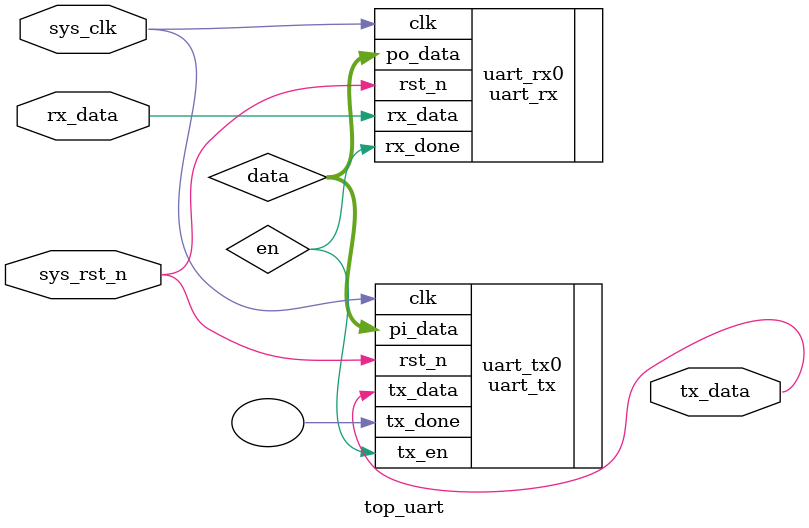
<source format=v>
`timescale 1ns / 1ps
module top_uart(
	input 		wire 		sys_clk		,
	input 		wire 		sys_rst_n	,
	input 		wire 		rx_data 	,
	output 		wire 		tx_data 	 
    );

wire 	[7:0] 	data		;
wire 			en 			;

uart_rx uart_rx0 (
    .clk        (sys_clk    ), 
    .rst_n      (sys_rst_n  ), 
    //input signals
    .rx_data    (rx_data    ), 
    .po_data    (data 	    ), 
    //output signals
    .rx_done    (en 	    )
    );

uart_tx uart_tx0 (
    .clk        (sys_clk    ), 
    .rst_n      (sys_rst_n  ), 
    //input signals
    .pi_data    (data 	    ), 
    .tx_en      (en 	    ), 
    //output signals
    .tx_data    (tx_data    ),
    .tx_done    ( 		    )
    );



endmodule

</source>
